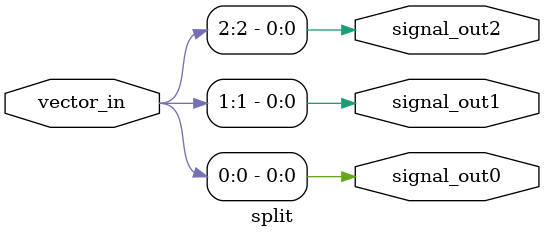
<source format=v>
`timescale 1 ps / 1 ps

module split
  (vector_in,
   signal_out0,
   signal_out1,
   signal_out2
  );

  input [2:0] vector_in;
  output signal_out0;
  output signal_out1;
  output signal_out2;

  wire [2:0] vector_in;
  wire signal_out0;
  wire signal_out1;
  wire signal_out2;

  assign signal_out0 = vector_in[0];
  assign signal_out1 = vector_in[1];
  assign signal_out2 = vector_in[2];

endmodule

</source>
